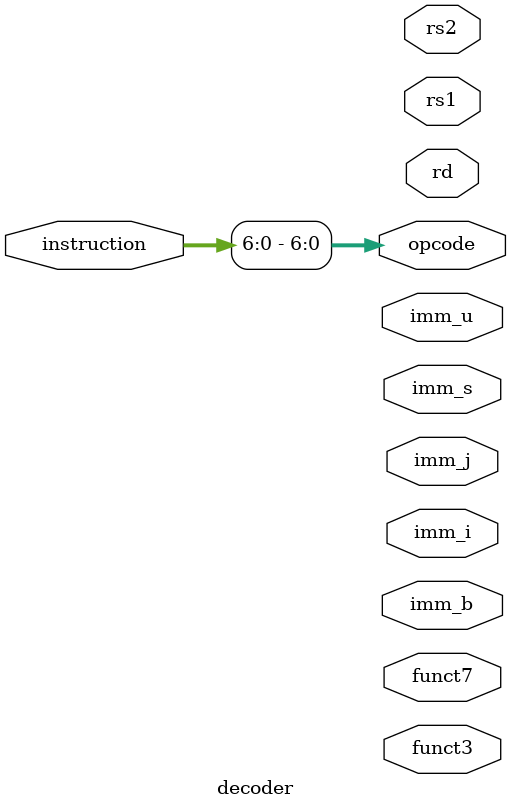
<source format=sv>
/*
 *  Instruction Decoder Module
 *  
 *  Decodes RISC-V RV32I Instructions
 *  Implemented Instructions:
 *  ...
 */
module decoder (
    input logic [31:0] instruction,
    output logic [6:0] opcode,
    output logic [4:0] rd,
    output logic [2:0] funct3,
    output logic [4:0] rs1,
    output logic [4:0] rs2,
    output logic [6:0] funct7,
    output logic [19:0] imm_i,
    output logic [11:0] imm_s,
    output logic [6:0] imm_b,
    output logic [4:0] imm_u,
    output logic [31:0] imm_j
);

    always_comb begin
        opcode <= instruction[0:6];
        case (opcode)
            0110111: begin    // lui
                imm_i <= instruction[12:31];
                rd <= instruction[7:11];
            end
            0010111: begin    // auipc
                imm_i <= instruction[12:31];
                rd <= instruction[7:11];
            end
            1101111: begin    // jal
                imm_i <= instruction[12:31];
                rd <= instruction[7:11];
            end 
            1100111: begin    // jalr
                imm_s <= instruction[20:31];
                rs1 <= instruction[15:19];
                funct3 <= instruction[12:14];
                imm_u <= instruction[7:11];
            end 
            
            1100011: begin    // beq, bne, blt, bge, bltu, bgeu
                imm_b <= instruction[31:25];
                rs2 <= instruction[20:24];
                rs1 <= instruction[15:19];
                funct3 <= instruction[12:14];
                imm_u <= instruction[7:11];
            end 
        endcase

    end

endmodule


</source>
